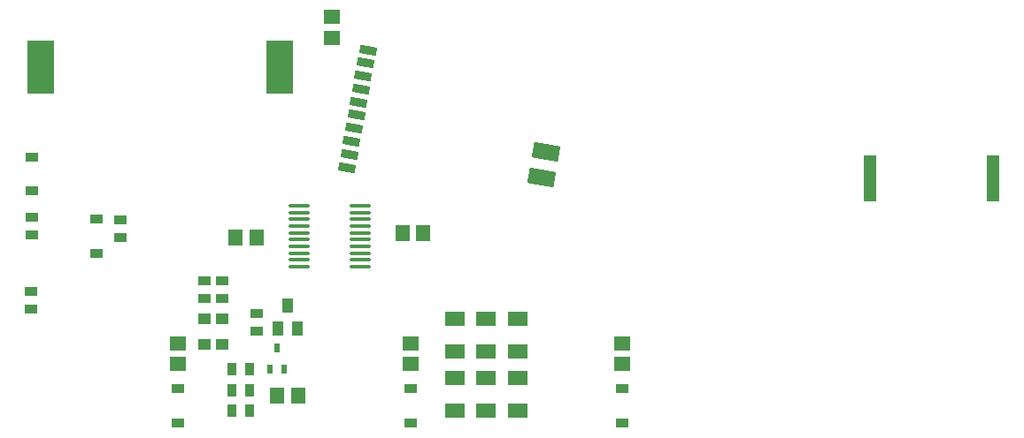
<source format=gtp>
G04*
G04 #@! TF.GenerationSoftware,Altium Limited,Altium Designer,19.0.15 (446)*
G04*
G04 Layer_Color=8421504*
%FSLAX25Y25*%
%MOIN*%
G70*
G01*
G75*
%ADD17R,0.05118X0.03347*%
%ADD18R,0.06102X0.05315*%
%ADD19R,0.03937X0.05512*%
%ADD20R,0.03347X0.05118*%
%ADD21R,0.01968X0.03740*%
%ADD22R,0.05315X0.06102*%
%ADD23R,0.04803X0.03602*%
%ADD24R,0.07480X0.05315*%
%ADD25R,0.04921X0.04331*%
G04:AMPARAMS|DCode=26|XSize=62.99mil|YSize=31.5mil|CornerRadius=0mil|HoleSize=0mil|Usage=FLASHONLY|Rotation=350.000|XOffset=0mil|YOffset=0mil|HoleType=Round|Shape=Rectangle|*
%AMROTATEDRECTD26*
4,1,4,-0.03375,-0.01004,-0.02828,0.02098,0.03375,0.01004,0.02828,-0.02098,-0.03375,-0.01004,0.0*
%
%ADD26ROTATEDRECTD26*%

G04:AMPARAMS|DCode=27|XSize=100mil|YSize=59.06mil|CornerRadius=0mil|HoleSize=0mil|Usage=FLASHONLY|Rotation=350.000|XOffset=0mil|YOffset=0mil|HoleType=Round|Shape=Rectangle|*
%AMROTATEDRECTD27*
4,1,4,-0.05437,-0.02040,-0.04411,0.03776,0.05437,0.02040,0.04411,-0.03776,-0.05437,-0.02040,0.0*
%
%ADD27ROTATEDRECTD27*%

%ADD28R,0.05118X0.17717*%
%ADD29O,0.08268X0.01378*%
%ADD30R,0.09843X0.20079*%
D17*
X96457Y38780D02*
D03*
Y32087D02*
D03*
X11693Y40354D02*
D03*
Y47047D02*
D03*
X11811Y75197D02*
D03*
Y68504D02*
D03*
X45276Y67520D02*
D03*
Y74213D02*
D03*
X83745Y50984D02*
D03*
Y44291D02*
D03*
X76855D02*
D03*
Y50984D02*
D03*
D18*
X234252Y27559D02*
D03*
Y19685D02*
D03*
X154774Y27559D02*
D03*
Y19685D02*
D03*
X66929Y27559D02*
D03*
Y19685D02*
D03*
X125000Y150591D02*
D03*
Y142717D02*
D03*
D19*
X104528Y33071D02*
D03*
X112008D02*
D03*
X108268Y41732D02*
D03*
D20*
X93957Y9843D02*
D03*
X87264D02*
D03*
X93957Y1969D02*
D03*
X87264D02*
D03*
X87264Y17717D02*
D03*
X93957D02*
D03*
D21*
X101772Y17618D02*
D03*
X106890D02*
D03*
X104331Y25689D02*
D03*
D22*
X112205Y7874D02*
D03*
X104331D02*
D03*
X159449Y69193D02*
D03*
X151575D02*
D03*
X88583Y67520D02*
D03*
X96457D02*
D03*
D23*
X66929Y10384D02*
D03*
Y-2510D02*
D03*
X154774Y10384D02*
D03*
Y-2510D02*
D03*
X234252Y10384D02*
D03*
Y-2510D02*
D03*
X11811Y97894D02*
D03*
Y85000D02*
D03*
X36417Y61466D02*
D03*
Y74360D02*
D03*
D24*
X171260Y1969D02*
D03*
Y14567D02*
D03*
Y24252D02*
D03*
Y36850D02*
D03*
X194882Y24252D02*
D03*
Y36850D02*
D03*
X183071Y24252D02*
D03*
Y36850D02*
D03*
X194882Y1969D02*
D03*
Y14567D02*
D03*
X183071Y1969D02*
D03*
Y14567D02*
D03*
D25*
X83745Y36811D02*
D03*
Y26969D02*
D03*
X76855Y36811D02*
D03*
Y26969D02*
D03*
D26*
X138502Y138212D02*
D03*
X137634Y133288D02*
D03*
X136766Y128364D02*
D03*
X135897Y123440D02*
D03*
X135029Y118516D02*
D03*
X134161Y113592D02*
D03*
X133293Y108667D02*
D03*
X132424Y103743D02*
D03*
X131556Y98819D02*
D03*
X130688Y93895D02*
D03*
D27*
X203801Y90238D02*
D03*
X205504Y99892D02*
D03*
D28*
X327756Y89686D02*
D03*
X373819D02*
D03*
D29*
X112638Y79429D02*
D03*
Y76870D02*
D03*
Y74311D02*
D03*
Y71752D02*
D03*
Y69193D02*
D03*
Y66634D02*
D03*
Y64075D02*
D03*
Y61516D02*
D03*
Y58957D02*
D03*
Y56398D02*
D03*
X135472Y79429D02*
D03*
Y76870D02*
D03*
Y74311D02*
D03*
Y71752D02*
D03*
Y69193D02*
D03*
Y66634D02*
D03*
Y64075D02*
D03*
Y61516D02*
D03*
Y58957D02*
D03*
Y56398D02*
D03*
D30*
X15299Y131890D02*
D03*
X105299D02*
D03*
M02*

</source>
